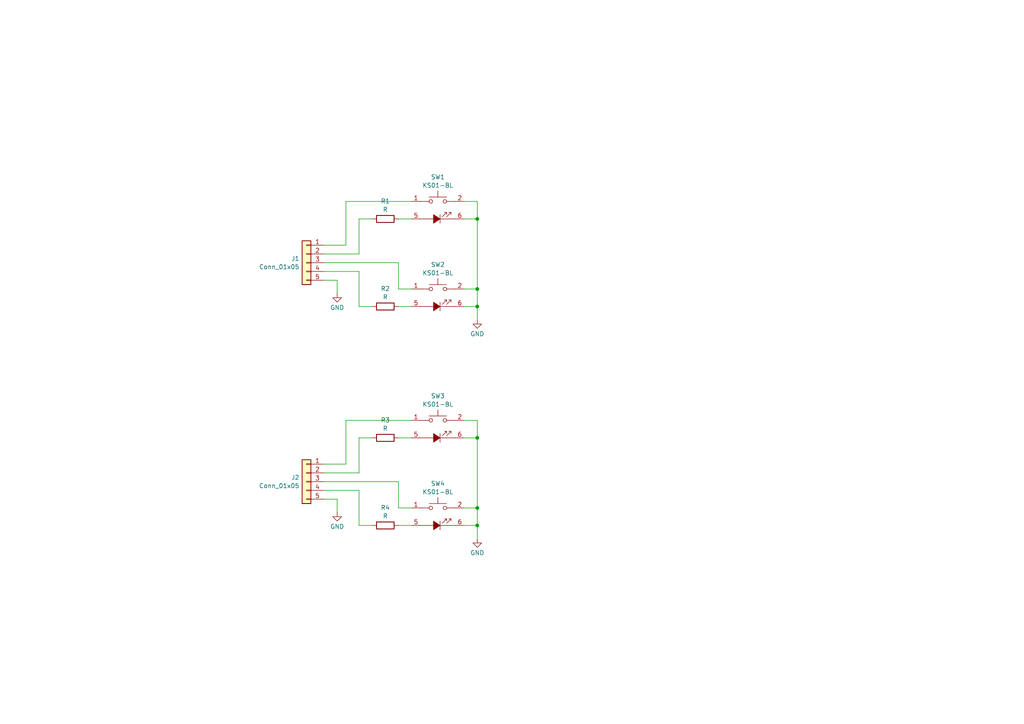
<source format=kicad_sch>
(kicad_sch (version 20230121) (generator eeschema)

  (uuid aadbc79b-64c9-4211-bd62-433a829a44c8)

  (paper "A4")

  (lib_symbols
    (symbol "Connector_Generic:Conn_01x05" (pin_names (offset 1.016) hide) (in_bom yes) (on_board yes)
      (property "Reference" "J" (at 0 7.62 0)
        (effects (font (size 1.27 1.27)))
      )
      (property "Value" "Conn_01x05" (at 0 -7.62 0)
        (effects (font (size 1.27 1.27)))
      )
      (property "Footprint" "" (at 0 0 0)
        (effects (font (size 1.27 1.27)) hide)
      )
      (property "Datasheet" "~" (at 0 0 0)
        (effects (font (size 1.27 1.27)) hide)
      )
      (property "ki_keywords" "connector" (at 0 0 0)
        (effects (font (size 1.27 1.27)) hide)
      )
      (property "ki_description" "Generic connector, single row, 01x05, script generated (kicad-library-utils/schlib/autogen/connector/)" (at 0 0 0)
        (effects (font (size 1.27 1.27)) hide)
      )
      (property "ki_fp_filters" "Connector*:*_1x??_*" (at 0 0 0)
        (effects (font (size 1.27 1.27)) hide)
      )
      (symbol "Conn_01x05_1_1"
        (rectangle (start -1.27 -4.953) (end 0 -5.207)
          (stroke (width 0.1524) (type default))
          (fill (type none))
        )
        (rectangle (start -1.27 -2.413) (end 0 -2.667)
          (stroke (width 0.1524) (type default))
          (fill (type none))
        )
        (rectangle (start -1.27 0.127) (end 0 -0.127)
          (stroke (width 0.1524) (type default))
          (fill (type none))
        )
        (rectangle (start -1.27 2.667) (end 0 2.413)
          (stroke (width 0.1524) (type default))
          (fill (type none))
        )
        (rectangle (start -1.27 5.207) (end 0 4.953)
          (stroke (width 0.1524) (type default))
          (fill (type none))
        )
        (rectangle (start -1.27 6.35) (end 1.27 -6.35)
          (stroke (width 0.254) (type default))
          (fill (type background))
        )
        (pin passive line (at -5.08 5.08 0) (length 3.81)
          (name "Pin_1" (effects (font (size 1.27 1.27))))
          (number "1" (effects (font (size 1.27 1.27))))
        )
        (pin passive line (at -5.08 2.54 0) (length 3.81)
          (name "Pin_2" (effects (font (size 1.27 1.27))))
          (number "2" (effects (font (size 1.27 1.27))))
        )
        (pin passive line (at -5.08 0 0) (length 3.81)
          (name "Pin_3" (effects (font (size 1.27 1.27))))
          (number "3" (effects (font (size 1.27 1.27))))
        )
        (pin passive line (at -5.08 -2.54 0) (length 3.81)
          (name "Pin_4" (effects (font (size 1.27 1.27))))
          (number "4" (effects (font (size 1.27 1.27))))
        )
        (pin passive line (at -5.08 -5.08 0) (length 3.81)
          (name "Pin_5" (effects (font (size 1.27 1.27))))
          (number "5" (effects (font (size 1.27 1.27))))
        )
      )
    )
    (symbol "Device:R" (pin_numbers hide) (pin_names (offset 0)) (in_bom yes) (on_board yes)
      (property "Reference" "R" (at 2.032 0 90)
        (effects (font (size 1.27 1.27)))
      )
      (property "Value" "R" (at 0 0 90)
        (effects (font (size 1.27 1.27)))
      )
      (property "Footprint" "" (at -1.778 0 90)
        (effects (font (size 1.27 1.27)) hide)
      )
      (property "Datasheet" "~" (at 0 0 0)
        (effects (font (size 1.27 1.27)) hide)
      )
      (property "ki_keywords" "R res resistor" (at 0 0 0)
        (effects (font (size 1.27 1.27)) hide)
      )
      (property "ki_description" "Resistor" (at 0 0 0)
        (effects (font (size 1.27 1.27)) hide)
      )
      (property "ki_fp_filters" "R_*" (at 0 0 0)
        (effects (font (size 1.27 1.27)) hide)
      )
      (symbol "R_0_1"
        (rectangle (start -1.016 -2.54) (end 1.016 2.54)
          (stroke (width 0.254) (type default))
          (fill (type none))
        )
      )
      (symbol "R_1_1"
        (pin passive line (at 0 3.81 270) (length 1.27)
          (name "~" (effects (font (size 1.27 1.27))))
          (number "1" (effects (font (size 1.27 1.27))))
        )
        (pin passive line (at 0 -3.81 90) (length 1.27)
          (name "~" (effects (font (size 1.27 1.27))))
          (number "2" (effects (font (size 1.27 1.27))))
        )
      )
    )
    (symbol "kiu:KS01-BL" (pin_names (offset 1.016) hide) (in_bom yes) (on_board yes)
      (property "Reference" "SW" (at -5.08 2.54 0)
        (effects (font (size 1.27 1.27)) (justify left))
      )
      (property "Value" "KS01-BL" (at 0 -11.43 0)
        (effects (font (size 1.27 1.27)))
      )
      (property "Footprint" "" (at 0 5.08 0)
        (effects (font (size 1.27 1.27)) hide)
      )
      (property "Datasheet" "http://www.apem.com/int/index.php?controller=attachment&id_attachment=488" (at 0 5.08 0)
        (effects (font (size 1.27 1.27)) hide)
      )
      (property "ki_keywords" "switch normally-open pushbutton push-button LED" (at 0 0 0)
        (effects (font (size 1.27 1.27)) hide)
      )
      (property "ki_description" "MEC 5G single pole normally-open illuminated tactile switch with two LEDs" (at 0 0 0)
        (effects (font (size 1.27 1.27)) hide)
      )
      (property "ki_fp_filters" "SW*MEC*5G*" (at 0 0 0)
        (effects (font (size 1.27 1.27)) hide)
      )
      (symbol "KS01-BL_0_0"
        (polyline
          (pts
            (xy -5.08 -5.08)
            (xy -2.54 -5.08)
          )
          (stroke (width 0) (type default))
          (fill (type none))
        )
        (polyline
          (pts
            (xy -5.08 0)
            (xy -2.54 0)
          )
          (stroke (width 0) (type default))
          (fill (type none))
        )
        (polyline
          (pts
            (xy 0.635 -3.81)
            (xy 0.635 -6.35)
          )
          (stroke (width 0) (type default))
          (fill (type none))
        )
        (polyline
          (pts
            (xy 2.54 -5.08)
            (xy -2.54 -5.08)
          )
          (stroke (width 0) (type default))
          (fill (type none))
        )
        (polyline
          (pts
            (xy 2.54 -3.175)
            (xy 1.27 -4.445)
          )
          (stroke (width 0) (type default))
          (fill (type none))
        )
        (polyline
          (pts
            (xy 2.54 0)
            (xy 5.08 0)
          )
          (stroke (width 0) (type default))
          (fill (type none))
        )
        (polyline
          (pts
            (xy 3.81 -3.175)
            (xy 2.54 -4.445)
          )
          (stroke (width 0) (type default))
          (fill (type none))
        )
        (polyline
          (pts
            (xy 5.08 -5.08)
            (xy 2.54 -5.08)
          )
          (stroke (width 0) (type default))
          (fill (type none))
        )
        (polyline
          (pts
            (xy 2.54 -3.81)
            (xy 2.54 -3.175)
            (xy 1.905 -3.175)
          )
          (stroke (width 0) (type default))
          (fill (type none))
        )
        (polyline
          (pts
            (xy 3.81 -3.81)
            (xy 3.81 -3.175)
            (xy 3.175 -3.175)
          )
          (stroke (width 0) (type default))
          (fill (type none))
        )
        (polyline
          (pts
            (xy 0.635 -5.08)
            (xy -1.27 -3.81)
            (xy -1.27 -6.35)
            (xy 0.635 -5.08)
          )
          (stroke (width 0) (type default))
          (fill (type outline))
        )
      )
      (symbol "KS01-BL_0_1"
        (circle (center -2.032 0) (radius 0.508)
          (stroke (width 0) (type default))
          (fill (type none))
        )
        (polyline
          (pts
            (xy 0 1.27)
            (xy 0 3.048)
          )
          (stroke (width 0) (type default))
          (fill (type none))
        )
        (polyline
          (pts
            (xy 2.54 1.27)
            (xy -2.54 1.27)
          )
          (stroke (width 0) (type default))
          (fill (type none))
        )
        (circle (center 2.032 0) (radius 0.508)
          (stroke (width 0) (type default))
          (fill (type none))
        )
        (pin passive line (at -7.62 0 0) (length 2.54)
          (name "1" (effects (font (size 1.27 1.27))))
          (number "1" (effects (font (size 1.27 1.27))))
        )
        (pin passive line (at 7.62 0 180) (length 2.54)
          (name "2" (effects (font (size 1.27 1.27))))
          (number "2" (effects (font (size 1.27 1.27))))
        )
        (pin passive line (at -7.62 -5.08 0) (length 2.54)
          (name "5" (effects (font (size 1.27 1.27))))
          (number "5" (effects (font (size 1.27 1.27))))
        )
        (pin passive line (at 7.62 -5.08 180) (length 2.54)
          (name "6" (effects (font (size 1.27 1.27))))
          (number "6" (effects (font (size 1.27 1.27))))
        )
      )
    )
    (symbol "power:GND" (power) (pin_names (offset 0)) (in_bom yes) (on_board yes)
      (property "Reference" "#PWR" (at 0 -6.35 0)
        (effects (font (size 1.27 1.27)) hide)
      )
      (property "Value" "GND" (at 0 -3.81 0)
        (effects (font (size 1.27 1.27)))
      )
      (property "Footprint" "" (at 0 0 0)
        (effects (font (size 1.27 1.27)) hide)
      )
      (property "Datasheet" "" (at 0 0 0)
        (effects (font (size 1.27 1.27)) hide)
      )
      (property "ki_keywords" "global power" (at 0 0 0)
        (effects (font (size 1.27 1.27)) hide)
      )
      (property "ki_description" "Power symbol creates a global label with name \"GND\" , ground" (at 0 0 0)
        (effects (font (size 1.27 1.27)) hide)
      )
      (symbol "GND_0_1"
        (polyline
          (pts
            (xy 0 0)
            (xy 0 -1.27)
            (xy 1.27 -1.27)
            (xy 0 -2.54)
            (xy -1.27 -1.27)
            (xy 0 -1.27)
          )
          (stroke (width 0) (type default))
          (fill (type none))
        )
      )
      (symbol "GND_1_1"
        (pin power_in line (at 0 0 270) (length 0) hide
          (name "GND" (effects (font (size 1.27 1.27))))
          (number "1" (effects (font (size 1.27 1.27))))
        )
      )
    )
  )

  (junction (at 138.43 127) (diameter 0) (color 0 0 0 0)
    (uuid 1a9ace69-fdfa-49d6-a178-a4ce628a6b2f)
  )
  (junction (at 138.43 147.32) (diameter 0) (color 0 0 0 0)
    (uuid 23da7ac3-0f64-4603-835a-696156a1611e)
  )
  (junction (at 138.43 152.4) (diameter 0) (color 0 0 0 0)
    (uuid 94a7e4a9-65da-4380-81d5-cce1dce5093f)
  )
  (junction (at 138.43 83.82) (diameter 0) (color 0 0 0 0)
    (uuid aa27c984-4527-446c-b50c-4d1e0a148ddd)
  )
  (junction (at 138.43 88.9) (diameter 0) (color 0 0 0 0)
    (uuid ad4f6734-66a9-4218-923e-c95a29d081a1)
  )
  (junction (at 138.43 63.5) (diameter 0) (color 0 0 0 0)
    (uuid d021c33c-7be9-40b4-951d-5ef2c4dccf4f)
  )

  (wire (pts (xy 115.57 152.4) (xy 119.38 152.4))
    (stroke (width 0) (type default))
    (uuid 0309885e-191f-41db-bafe-2dd44fe3b9a8)
  )
  (wire (pts (xy 115.57 76.2) (xy 115.57 83.82))
    (stroke (width 0) (type default))
    (uuid 06c5845d-85ce-4b49-b10c-9d62f10bbe74)
  )
  (wire (pts (xy 134.62 58.42) (xy 138.43 58.42))
    (stroke (width 0) (type default))
    (uuid 07459fe7-cf89-4759-9a3c-8ddb3a29a311)
  )
  (wire (pts (xy 104.14 78.74) (xy 104.14 88.9))
    (stroke (width 0) (type default))
    (uuid 0995941e-87ea-4a1d-9d05-a0d3eeeb3ba8)
  )
  (wire (pts (xy 93.98 71.12) (xy 100.33 71.12))
    (stroke (width 0) (type default))
    (uuid 143bd31e-2fc2-4a7e-87bb-23857e775507)
  )
  (wire (pts (xy 93.98 73.66) (xy 104.14 73.66))
    (stroke (width 0) (type default))
    (uuid 1a85a574-a845-408a-82bd-9fc63ba126c5)
  )
  (wire (pts (xy 97.79 81.28) (xy 97.79 85.09))
    (stroke (width 0) (type default))
    (uuid 2790511e-4cdf-4f6c-9d61-412ab0f387a8)
  )
  (wire (pts (xy 100.33 71.12) (xy 100.33 58.42))
    (stroke (width 0) (type default))
    (uuid 2df35822-e339-49ea-87be-d4a4bd6a7b9c)
  )
  (wire (pts (xy 100.33 58.42) (xy 119.38 58.42))
    (stroke (width 0) (type default))
    (uuid 3409e6ab-0d6a-4b8c-91c6-9fea8e6a4be0)
  )
  (wire (pts (xy 104.14 73.66) (xy 104.14 63.5))
    (stroke (width 0) (type default))
    (uuid 341f95b5-49e9-40a1-b1f4-bb89d619e0d0)
  )
  (wire (pts (xy 134.62 127) (xy 138.43 127))
    (stroke (width 0) (type default))
    (uuid 3600863a-08eb-42e7-be51-50ca9e436c51)
  )
  (wire (pts (xy 97.79 144.78) (xy 97.79 148.59))
    (stroke (width 0) (type default))
    (uuid 39723870-37a8-4c09-a151-d5018b2fe50a)
  )
  (wire (pts (xy 115.57 139.7) (xy 115.57 147.32))
    (stroke (width 0) (type default))
    (uuid 3efcf748-bea9-4d90-9caa-f8cef55e5653)
  )
  (wire (pts (xy 100.33 121.92) (xy 119.38 121.92))
    (stroke (width 0) (type default))
    (uuid 46e408c7-9030-4fe3-95ba-d6d3ae9d7d12)
  )
  (wire (pts (xy 104.14 142.24) (xy 104.14 152.4))
    (stroke (width 0) (type default))
    (uuid 4796e362-988a-4478-b91d-d2ca39043c31)
  )
  (wire (pts (xy 104.14 137.16) (xy 104.14 127))
    (stroke (width 0) (type default))
    (uuid 4a9b2d44-391f-4885-a14b-447fee57b13a)
  )
  (wire (pts (xy 115.57 83.82) (xy 119.38 83.82))
    (stroke (width 0) (type default))
    (uuid 5078b3a8-5a40-465f-a7a2-533f614c3b61)
  )
  (wire (pts (xy 104.14 63.5) (xy 107.95 63.5))
    (stroke (width 0) (type default))
    (uuid 524e47d2-3a0f-43a6-ab0a-eecbf4c39a18)
  )
  (wire (pts (xy 115.57 88.9) (xy 119.38 88.9))
    (stroke (width 0) (type default))
    (uuid 58ec8bcc-1f62-4cf8-91c3-8128998a5a62)
  )
  (wire (pts (xy 93.98 139.7) (xy 115.57 139.7))
    (stroke (width 0) (type default))
    (uuid 60683f41-0b6c-4b1d-a502-fdecb00d7395)
  )
  (wire (pts (xy 138.43 147.32) (xy 138.43 152.4))
    (stroke (width 0) (type default))
    (uuid 67c49eb5-0832-4bd7-9b8d-c4769499d7c5)
  )
  (wire (pts (xy 134.62 83.82) (xy 138.43 83.82))
    (stroke (width 0) (type default))
    (uuid 69263549-3fa5-4f85-a834-ba64beeec15e)
  )
  (wire (pts (xy 93.98 134.62) (xy 100.33 134.62))
    (stroke (width 0) (type default))
    (uuid 717f526d-67a2-40ee-9f2c-433d89531f08)
  )
  (wire (pts (xy 134.62 121.92) (xy 138.43 121.92))
    (stroke (width 0) (type default))
    (uuid 77ce5463-9dce-4e8c-8882-284765c264fe)
  )
  (wire (pts (xy 138.43 152.4) (xy 134.62 152.4))
    (stroke (width 0) (type default))
    (uuid 7ec60fef-0a69-402a-8c38-8e4e43678ab8)
  )
  (wire (pts (xy 104.14 127) (xy 107.95 127))
    (stroke (width 0) (type default))
    (uuid 7f4b2159-2769-46d1-bbb5-0d88895bfac8)
  )
  (wire (pts (xy 115.57 147.32) (xy 119.38 147.32))
    (stroke (width 0) (type default))
    (uuid 7ffb92e9-fb19-471c-b7e6-f743749d695a)
  )
  (wire (pts (xy 138.43 156.21) (xy 138.43 152.4))
    (stroke (width 0) (type default))
    (uuid 8aa1fb9c-2102-485f-a296-52a541097f7e)
  )
  (wire (pts (xy 93.98 76.2) (xy 115.57 76.2))
    (stroke (width 0) (type default))
    (uuid 8f589ddc-a6e2-40e5-b4bb-625213b7543e)
  )
  (wire (pts (xy 115.57 127) (xy 119.38 127))
    (stroke (width 0) (type default))
    (uuid 9133b824-8440-4600-a31c-e23e8e1fc8b2)
  )
  (wire (pts (xy 93.98 78.74) (xy 104.14 78.74))
    (stroke (width 0) (type default))
    (uuid 98b4680a-21e2-4575-9c5b-46a2da80dfc2)
  )
  (wire (pts (xy 93.98 144.78) (xy 97.79 144.78))
    (stroke (width 0) (type default))
    (uuid b15ed411-740c-47cf-943a-57fc953b5434)
  )
  (wire (pts (xy 115.57 63.5) (xy 119.38 63.5))
    (stroke (width 0) (type default))
    (uuid bc6a9dba-dc77-4aed-8567-f8aeb74afb3b)
  )
  (wire (pts (xy 138.43 92.71) (xy 138.43 88.9))
    (stroke (width 0) (type default))
    (uuid c38300e0-2faa-470d-89a7-aaad9e8e203a)
  )
  (wire (pts (xy 138.43 127) (xy 138.43 147.32))
    (stroke (width 0) (type default))
    (uuid c68c9cbb-0fda-40d3-83e1-6fb45dcfc692)
  )
  (wire (pts (xy 104.14 88.9) (xy 107.95 88.9))
    (stroke (width 0) (type default))
    (uuid cb96b6f5-fb04-4ea9-9e7e-e468566eb70f)
  )
  (wire (pts (xy 138.43 58.42) (xy 138.43 63.5))
    (stroke (width 0) (type default))
    (uuid d6d758fd-ca9c-4b96-bbc1-77bfeb673b63)
  )
  (wire (pts (xy 138.43 88.9) (xy 134.62 88.9))
    (stroke (width 0) (type default))
    (uuid d92ea467-3cc8-4a58-bea5-fae1836cfdfa)
  )
  (wire (pts (xy 138.43 83.82) (xy 138.43 88.9))
    (stroke (width 0) (type default))
    (uuid d9d4d342-8dd2-45e9-9ff0-b6c510a7a23a)
  )
  (wire (pts (xy 93.98 137.16) (xy 104.14 137.16))
    (stroke (width 0) (type default))
    (uuid ddc2e0ec-b5ec-41a4-b9cc-3981e0088b89)
  )
  (wire (pts (xy 93.98 81.28) (xy 97.79 81.28))
    (stroke (width 0) (type default))
    (uuid e009abdc-79e1-4804-b3ab-54cb94fd59b2)
  )
  (wire (pts (xy 93.98 142.24) (xy 104.14 142.24))
    (stroke (width 0) (type default))
    (uuid e86ab7a9-9f0a-45f6-90d2-719a345c6f0a)
  )
  (wire (pts (xy 134.62 63.5) (xy 138.43 63.5))
    (stroke (width 0) (type default))
    (uuid e9847067-77e7-4a91-8fba-b73eef66107b)
  )
  (wire (pts (xy 138.43 63.5) (xy 138.43 83.82))
    (stroke (width 0) (type default))
    (uuid ea2a0a3c-e98b-43be-ab3d-0ff6c12d13bc)
  )
  (wire (pts (xy 104.14 152.4) (xy 107.95 152.4))
    (stroke (width 0) (type default))
    (uuid f060a093-1298-42f7-a929-1ab7a086f7c0)
  )
  (wire (pts (xy 100.33 134.62) (xy 100.33 121.92))
    (stroke (width 0) (type default))
    (uuid f404f88b-0a88-44d5-aa9f-2a4eab50d334)
  )
  (wire (pts (xy 134.62 147.32) (xy 138.43 147.32))
    (stroke (width 0) (type default))
    (uuid fcb98756-8be6-48d4-8e33-770b57874008)
  )
  (wire (pts (xy 138.43 121.92) (xy 138.43 127))
    (stroke (width 0) (type default))
    (uuid ffe17809-c0ec-43b7-92b3-81db8fcb0883)
  )

  (symbol (lib_id "power:GND") (at 138.43 156.21 0) (unit 1)
    (in_bom yes) (on_board yes) (dnp no) (fields_autoplaced)
    (uuid 20b9fb1d-1ef9-4395-b952-7c5104c5885c)
    (property "Reference" "#PWR04" (at 138.43 162.56 0)
      (effects (font (size 1.27 1.27)) hide)
    )
    (property "Value" "GND" (at 138.43 160.3431 0)
      (effects (font (size 1.27 1.27)))
    )
    (property "Footprint" "" (at 138.43 156.21 0)
      (effects (font (size 1.27 1.27)) hide)
    )
    (property "Datasheet" "" (at 138.43 156.21 0)
      (effects (font (size 1.27 1.27)) hide)
    )
    (pin "1" (uuid 9bc6919c-e5f6-4cec-82fb-31b8c1525325))
    (instances
      (project "kha-bgt-audio-sub"
        (path "/aadbc79b-64c9-4211-bd62-433a829a44c8"
          (reference "#PWR04") (unit 1)
        )
      )
    )
  )

  (symbol (lib_id "kiu:KS01-BL") (at 127 121.92 0) (unit 1)
    (in_bom yes) (on_board yes) (dnp no) (fields_autoplaced)
    (uuid 32f76364-ecf9-4db7-ab08-d0bc81ebc8ac)
    (property "Reference" "SW3" (at 127 114.8547 0)
      (effects (font (size 1.27 1.27)))
    )
    (property "Value" "KS01-BL" (at 127 117.2789 0)
      (effects (font (size 1.27 1.27)))
    )
    (property "Footprint" "kiu:KS01-BL" (at 127 116.84 0)
      (effects (font (size 1.27 1.27)) hide)
    )
    (property "Datasheet" "http://www.apem.com/int/index.php?controller=attachment&id_attachment=488" (at 127 116.84 0)
      (effects (font (size 1.27 1.27)) hide)
    )
    (pin "1" (uuid 6c6440a1-a720-4015-aa4f-dfd6407124b6))
    (pin "2" (uuid 1e4727ec-db52-427d-ad0b-48155b104f64))
    (pin "5" (uuid b93ae86e-efe9-4b16-9019-7b3d99d167da))
    (pin "6" (uuid 52fa92a5-2f39-4482-9604-ed8a32ee2099))
    (instances
      (project "kha-bgt-audio-sub"
        (path "/aadbc79b-64c9-4211-bd62-433a829a44c8"
          (reference "SW3") (unit 1)
        )
      )
    )
  )

  (symbol (lib_id "kiu:KS01-BL") (at 127 147.32 0) (unit 1)
    (in_bom yes) (on_board yes) (dnp no) (fields_autoplaced)
    (uuid 396a613a-53e2-4447-b9ca-2d19e3bc3455)
    (property "Reference" "SW4" (at 127 140.2547 0)
      (effects (font (size 1.27 1.27)))
    )
    (property "Value" "KS01-BL" (at 127 142.6789 0)
      (effects (font (size 1.27 1.27)))
    )
    (property "Footprint" "kiu:KS01-BL" (at 127 142.24 0)
      (effects (font (size 1.27 1.27)) hide)
    )
    (property "Datasheet" "http://www.apem.com/int/index.php?controller=attachment&id_attachment=488" (at 127 142.24 0)
      (effects (font (size 1.27 1.27)) hide)
    )
    (pin "1" (uuid cad4fd3d-68c8-4e3e-ada6-a9b71f6637ec))
    (pin "2" (uuid c5867a50-707a-47f7-8a82-0b05d218719a))
    (pin "5" (uuid b1c1da55-235c-4aef-8aa3-bc1df691b15e))
    (pin "6" (uuid 11de758e-58c8-4ccc-8cfc-7223ae7221a6))
    (instances
      (project "kha-bgt-audio-sub"
        (path "/aadbc79b-64c9-4211-bd62-433a829a44c8"
          (reference "SW4") (unit 1)
        )
      )
    )
  )

  (symbol (lib_id "Device:R") (at 111.76 152.4 90) (unit 1)
    (in_bom yes) (on_board yes) (dnp no) (fields_autoplaced)
    (uuid 45f59237-13dd-4013-b893-f7fb405f5b80)
    (property "Reference" "R4" (at 111.76 147.2397 90)
      (effects (font (size 1.27 1.27)))
    )
    (property "Value" "R" (at 111.76 149.6639 90)
      (effects (font (size 1.27 1.27)))
    )
    (property "Footprint" "Resistor_SMD:R_0805_2012Metric" (at 111.76 154.178 90)
      (effects (font (size 1.27 1.27)) hide)
    )
    (property "Datasheet" "~" (at 111.76 152.4 0)
      (effects (font (size 1.27 1.27)) hide)
    )
    (pin "1" (uuid 133c6d81-b6a2-443f-b4ba-ad0df75d9c42))
    (pin "2" (uuid 7c94bd92-1fe9-4269-99b1-a6194f925558))
    (instances
      (project "kha-bgt-audio-sub"
        (path "/aadbc79b-64c9-4211-bd62-433a829a44c8"
          (reference "R4") (unit 1)
        )
      )
    )
  )

  (symbol (lib_id "power:GND") (at 138.43 92.71 0) (unit 1)
    (in_bom yes) (on_board yes) (dnp no) (fields_autoplaced)
    (uuid 5d2bafd3-3ed0-4324-ad18-dd27469411ef)
    (property "Reference" "#PWR02" (at 138.43 99.06 0)
      (effects (font (size 1.27 1.27)) hide)
    )
    (property "Value" "GND" (at 138.43 96.8431 0)
      (effects (font (size 1.27 1.27)))
    )
    (property "Footprint" "" (at 138.43 92.71 0)
      (effects (font (size 1.27 1.27)) hide)
    )
    (property "Datasheet" "" (at 138.43 92.71 0)
      (effects (font (size 1.27 1.27)) hide)
    )
    (pin "1" (uuid 976b868a-6dcd-4cda-b82b-a50998aee71a))
    (instances
      (project "kha-bgt-audio-sub"
        (path "/aadbc79b-64c9-4211-bd62-433a829a44c8"
          (reference "#PWR02") (unit 1)
        )
      )
    )
  )

  (symbol (lib_id "kiu:KS01-BL") (at 127 83.82 0) (unit 1)
    (in_bom yes) (on_board yes) (dnp no) (fields_autoplaced)
    (uuid 5e7b67ac-0936-4050-ad00-2d1ce3b447d7)
    (property "Reference" "SW2" (at 127 76.7547 0)
      (effects (font (size 1.27 1.27)))
    )
    (property "Value" "KS01-BL" (at 127 79.1789 0)
      (effects (font (size 1.27 1.27)))
    )
    (property "Footprint" "kiu:KS01-BL" (at 127 78.74 0)
      (effects (font (size 1.27 1.27)) hide)
    )
    (property "Datasheet" "http://www.apem.com/int/index.php?controller=attachment&id_attachment=488" (at 127 78.74 0)
      (effects (font (size 1.27 1.27)) hide)
    )
    (pin "1" (uuid f3db94fd-5bbe-40e7-901c-0dd69a395db6))
    (pin "2" (uuid 0d2241c4-b3dc-4d63-b772-d725754e3f4e))
    (pin "5" (uuid 0b019393-a53b-4e49-b4ac-e6c5ff3ee8c8))
    (pin "6" (uuid 6736b050-3bca-41db-86b9-ddaa9e1385fc))
    (instances
      (project "kha-bgt-audio-sub"
        (path "/aadbc79b-64c9-4211-bd62-433a829a44c8"
          (reference "SW2") (unit 1)
        )
      )
    )
  )

  (symbol (lib_id "Device:R") (at 111.76 127 90) (unit 1)
    (in_bom yes) (on_board yes) (dnp no) (fields_autoplaced)
    (uuid 8428a3d1-3e4a-4b7a-813b-88e6cec0b304)
    (property "Reference" "R3" (at 111.76 121.8397 90)
      (effects (font (size 1.27 1.27)))
    )
    (property "Value" "R" (at 111.76 124.2639 90)
      (effects (font (size 1.27 1.27)))
    )
    (property "Footprint" "Resistor_SMD:R_0805_2012Metric" (at 111.76 128.778 90)
      (effects (font (size 1.27 1.27)) hide)
    )
    (property "Datasheet" "~" (at 111.76 127 0)
      (effects (font (size 1.27 1.27)) hide)
    )
    (pin "1" (uuid 27488fbb-6950-44d4-9ae6-10612b8c9a09))
    (pin "2" (uuid 5fd2b6bd-0d13-437d-b8db-c971fe632584))
    (instances
      (project "kha-bgt-audio-sub"
        (path "/aadbc79b-64c9-4211-bd62-433a829a44c8"
          (reference "R3") (unit 1)
        )
      )
    )
  )

  (symbol (lib_id "kiu:KS01-BL") (at 127 58.42 0) (unit 1)
    (in_bom yes) (on_board yes) (dnp no) (fields_autoplaced)
    (uuid a600518d-13d5-46be-9e41-b88b2e026592)
    (property "Reference" "SW1" (at 127 51.3547 0)
      (effects (font (size 1.27 1.27)))
    )
    (property "Value" "KS01-BL" (at 127 53.7789 0)
      (effects (font (size 1.27 1.27)))
    )
    (property "Footprint" "kiu:KS01-BL" (at 127 53.34 0)
      (effects (font (size 1.27 1.27)) hide)
    )
    (property "Datasheet" "http://www.apem.com/int/index.php?controller=attachment&id_attachment=488" (at 127 53.34 0)
      (effects (font (size 1.27 1.27)) hide)
    )
    (pin "1" (uuid 4db0263e-2a81-4101-a281-3d04b048af7d))
    (pin "2" (uuid b287147d-4414-436b-a774-c49d0fb77874))
    (pin "5" (uuid f36c4266-d49d-483e-a4b1-84c8f67fb55c))
    (pin "6" (uuid b3463c2b-8768-4fe1-8126-f077c633a60f))
    (instances
      (project "kha-bgt-audio-sub"
        (path "/aadbc79b-64c9-4211-bd62-433a829a44c8"
          (reference "SW1") (unit 1)
        )
      )
    )
  )

  (symbol (lib_id "Connector_Generic:Conn_01x05") (at 88.9 76.2 0) (mirror y) (unit 1)
    (in_bom yes) (on_board yes) (dnp no)
    (uuid a6f5e4ff-70f1-4740-8b75-fba0fcb183e3)
    (property "Reference" "J1" (at 86.868 74.9879 0)
      (effects (font (size 1.27 1.27)) (justify left))
    )
    (property "Value" "Conn_01x05" (at 86.868 77.4121 0)
      (effects (font (size 1.27 1.27)) (justify left))
    )
    (property "Footprint" "Connector_JST:JST_PH_B5B-PH-K_1x05_P2.00mm_Vertical" (at 88.9 76.2 0)
      (effects (font (size 1.27 1.27)) hide)
    )
    (property "Datasheet" "~" (at 88.9 76.2 0)
      (effects (font (size 1.27 1.27)) hide)
    )
    (pin "1" (uuid 8ceba70e-3775-4d71-af95-f19f28745244))
    (pin "2" (uuid 26f06d1e-0fff-4502-9a2b-4530fd774bad))
    (pin "3" (uuid cc05f768-4245-4bbe-9be3-0d740139727d))
    (pin "4" (uuid fdea7562-6102-4ed7-b66b-e3a2a6a3b793))
    (pin "5" (uuid 551d6af2-32e0-4235-8971-9e0d5b726145))
    (instances
      (project "kha-bgt-audio-sub"
        (path "/aadbc79b-64c9-4211-bd62-433a829a44c8"
          (reference "J1") (unit 1)
        )
      )
    )
  )

  (symbol (lib_id "power:GND") (at 97.79 85.09 0) (unit 1)
    (in_bom yes) (on_board yes) (dnp no) (fields_autoplaced)
    (uuid cc2e24c2-5dbe-41fd-8cf3-0100ec44a164)
    (property "Reference" "#PWR01" (at 97.79 91.44 0)
      (effects (font (size 1.27 1.27)) hide)
    )
    (property "Value" "GND" (at 97.79 89.2231 0)
      (effects (font (size 1.27 1.27)))
    )
    (property "Footprint" "" (at 97.79 85.09 0)
      (effects (font (size 1.27 1.27)) hide)
    )
    (property "Datasheet" "" (at 97.79 85.09 0)
      (effects (font (size 1.27 1.27)) hide)
    )
    (pin "1" (uuid 3ae9756c-8e9c-47af-95ec-82cd7843b36a))
    (instances
      (project "kha-bgt-audio-sub"
        (path "/aadbc79b-64c9-4211-bd62-433a829a44c8"
          (reference "#PWR01") (unit 1)
        )
      )
    )
  )

  (symbol (lib_id "power:GND") (at 97.79 148.59 0) (unit 1)
    (in_bom yes) (on_board yes) (dnp no) (fields_autoplaced)
    (uuid f21cff03-54c1-4390-8e21-cf6ace543583)
    (property "Reference" "#PWR03" (at 97.79 154.94 0)
      (effects (font (size 1.27 1.27)) hide)
    )
    (property "Value" "GND" (at 97.79 152.7231 0)
      (effects (font (size 1.27 1.27)))
    )
    (property "Footprint" "" (at 97.79 148.59 0)
      (effects (font (size 1.27 1.27)) hide)
    )
    (property "Datasheet" "" (at 97.79 148.59 0)
      (effects (font (size 1.27 1.27)) hide)
    )
    (pin "1" (uuid 78d7d60e-d074-4503-90de-7fe42cc4688b))
    (instances
      (project "kha-bgt-audio-sub"
        (path "/aadbc79b-64c9-4211-bd62-433a829a44c8"
          (reference "#PWR03") (unit 1)
        )
      )
    )
  )

  (symbol (lib_id "Device:R") (at 111.76 63.5 90) (unit 1)
    (in_bom yes) (on_board yes) (dnp no) (fields_autoplaced)
    (uuid f25aa03f-516b-4d7f-83e9-924bd4113c76)
    (property "Reference" "R1" (at 111.76 58.3397 90)
      (effects (font (size 1.27 1.27)))
    )
    (property "Value" "R" (at 111.76 60.7639 90)
      (effects (font (size 1.27 1.27)))
    )
    (property "Footprint" "Resistor_SMD:R_0805_2012Metric" (at 111.76 65.278 90)
      (effects (font (size 1.27 1.27)) hide)
    )
    (property "Datasheet" "~" (at 111.76 63.5 0)
      (effects (font (size 1.27 1.27)) hide)
    )
    (pin "1" (uuid 5ae194c2-24e7-41dc-aaa4-68218f330858))
    (pin "2" (uuid c4ff9ef6-7616-4538-8557-62c730d302d6))
    (instances
      (project "kha-bgt-audio-sub"
        (path "/aadbc79b-64c9-4211-bd62-433a829a44c8"
          (reference "R1") (unit 1)
        )
      )
    )
  )

  (symbol (lib_id "Connector_Generic:Conn_01x05") (at 88.9 139.7 0) (mirror y) (unit 1)
    (in_bom yes) (on_board yes) (dnp no)
    (uuid f737feca-574c-411e-b6da-b56e44904ff5)
    (property "Reference" "J2" (at 86.868 138.4879 0)
      (effects (font (size 1.27 1.27)) (justify left))
    )
    (property "Value" "Conn_01x05" (at 86.868 140.9121 0)
      (effects (font (size 1.27 1.27)) (justify left))
    )
    (property "Footprint" "Connector_JST:JST_PH_B5B-PH-K_1x05_P2.00mm_Vertical" (at 88.9 139.7 0)
      (effects (font (size 1.27 1.27)) hide)
    )
    (property "Datasheet" "~" (at 88.9 139.7 0)
      (effects (font (size 1.27 1.27)) hide)
    )
    (pin "1" (uuid 2ec031bc-d5c4-4879-b6c8-a851d60644e3))
    (pin "2" (uuid 8fb4a2a3-ec05-4d80-bc00-6e85194f9596))
    (pin "3" (uuid 1209f927-3375-43f7-ad40-b87af39dd81d))
    (pin "4" (uuid 7005b0b9-fc5a-42c0-8639-d6e378fc57d9))
    (pin "5" (uuid ae22900d-4685-4f0c-9b24-84828758419f))
    (instances
      (project "kha-bgt-audio-sub"
        (path "/aadbc79b-64c9-4211-bd62-433a829a44c8"
          (reference "J2") (unit 1)
        )
      )
    )
  )

  (symbol (lib_id "Device:R") (at 111.76 88.9 90) (unit 1)
    (in_bom yes) (on_board yes) (dnp no) (fields_autoplaced)
    (uuid fc2cd501-cde4-4009-8e23-7285a9957a4a)
    (property "Reference" "R2" (at 111.76 83.7397 90)
      (effects (font (size 1.27 1.27)))
    )
    (property "Value" "R" (at 111.76 86.1639 90)
      (effects (font (size 1.27 1.27)))
    )
    (property "Footprint" "Resistor_SMD:R_0805_2012Metric" (at 111.76 90.678 90)
      (effects (font (size 1.27 1.27)) hide)
    )
    (property "Datasheet" "~" (at 111.76 88.9 0)
      (effects (font (size 1.27 1.27)) hide)
    )
    (pin "1" (uuid be3f8261-5594-4b44-a691-38d3da5c7079))
    (pin "2" (uuid cf351cbe-6b9c-45ba-b265-686d460921d2))
    (instances
      (project "kha-bgt-audio-sub"
        (path "/aadbc79b-64c9-4211-bd62-433a829a44c8"
          (reference "R2") (unit 1)
        )
      )
    )
  )

  (sheet_instances
    (path "/" (page "1"))
  )
)

</source>
